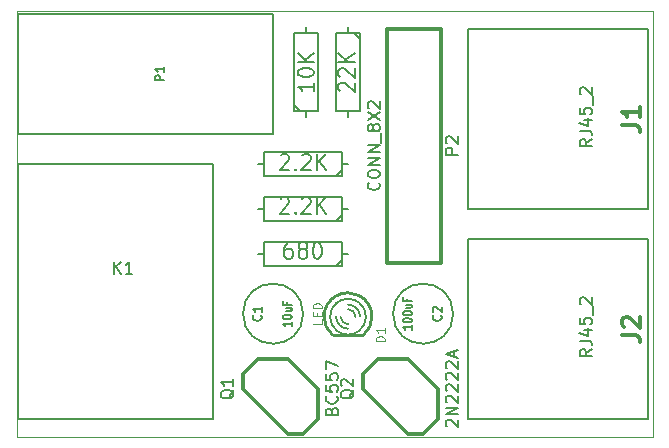
<source format=gto>
G04 (created by PCBNEW (22-Jun-2014 BZR 4027)-stable) date Cts 25 Nis 2020 13:37:24 +03*
%MOIN*%
G04 Gerber Fmt 3.4, Leading zero omitted, Abs format*
%FSLAX34Y34*%
G01*
G70*
G90*
G04 APERTURE LIST*
%ADD10C,0.00590551*%
%ADD11C,0.00393701*%
%ADD12C,0.005*%
%ADD13C,0.012*%
%ADD14C,0.008*%
%ADD15C,0.01*%
%ADD16C,0.006*%
%ADD17C,0.0035*%
G04 APERTURE END LIST*
G54D10*
G54D11*
X6450Y-6400D02*
X6450Y-6450D01*
X27650Y-6400D02*
X27650Y-6450D01*
X6450Y-6400D02*
X27650Y-6400D01*
X6450Y-6500D02*
X6450Y-6450D01*
X6450Y-20600D02*
X6450Y-6500D01*
X27650Y-20600D02*
X6450Y-20600D01*
X27650Y-6450D02*
X27650Y-20600D01*
G54D10*
X21500Y-7000D02*
X27500Y-7000D01*
X27500Y-13000D02*
X27500Y-7000D01*
X21500Y-13000D02*
X27500Y-13000D01*
G54D12*
X21500Y-7000D02*
X21500Y-13000D01*
G54D13*
X18000Y-19000D02*
X19500Y-20500D01*
X19500Y-20500D02*
X20000Y-20500D01*
X20000Y-20500D02*
X20500Y-20000D01*
X20500Y-20000D02*
X20500Y-19000D01*
X20500Y-19000D02*
X19500Y-18000D01*
X19500Y-18000D02*
X18500Y-18000D01*
X18500Y-18000D02*
X18000Y-18500D01*
X18000Y-18500D02*
X18000Y-19000D01*
X14000Y-19000D02*
X15500Y-20500D01*
X15500Y-20500D02*
X16000Y-20500D01*
X16000Y-20500D02*
X16500Y-20000D01*
X16500Y-20000D02*
X16500Y-19000D01*
X16500Y-19000D02*
X15500Y-18000D01*
X15500Y-18000D02*
X14500Y-18000D01*
X14500Y-18000D02*
X14000Y-18500D01*
X14000Y-18500D02*
X14000Y-19000D01*
G54D14*
X17500Y-14500D02*
X17300Y-14500D01*
X14500Y-14500D02*
X14700Y-14500D01*
X14700Y-14500D02*
X14700Y-14900D01*
X14700Y-14900D02*
X17300Y-14900D01*
X17300Y-14900D02*
X17300Y-14100D01*
X17300Y-14100D02*
X14700Y-14100D01*
X14700Y-14100D02*
X14700Y-14500D01*
X17300Y-14700D02*
X17100Y-14900D01*
X17500Y-13000D02*
X17300Y-13000D01*
X14500Y-13000D02*
X14700Y-13000D01*
X14700Y-13000D02*
X14700Y-13400D01*
X14700Y-13400D02*
X17300Y-13400D01*
X17300Y-13400D02*
X17300Y-12600D01*
X17300Y-12600D02*
X14700Y-12600D01*
X14700Y-12600D02*
X14700Y-13000D01*
X17300Y-13200D02*
X17100Y-13400D01*
X16100Y-9950D02*
X16100Y-9750D01*
X16100Y-6950D02*
X16100Y-7150D01*
X16100Y-7150D02*
X15700Y-7150D01*
X15700Y-7150D02*
X15700Y-9750D01*
X15700Y-9750D02*
X16500Y-9750D01*
X16500Y-9750D02*
X16500Y-7150D01*
X16500Y-7150D02*
X16100Y-7150D01*
X15900Y-9750D02*
X15700Y-9550D01*
X17500Y-6950D02*
X17500Y-7150D01*
X17500Y-9950D02*
X17500Y-9750D01*
X17500Y-9750D02*
X17900Y-9750D01*
X17900Y-9750D02*
X17900Y-7150D01*
X17900Y-7150D02*
X17100Y-7150D01*
X17100Y-7150D02*
X17100Y-9750D01*
X17100Y-9750D02*
X17500Y-9750D01*
X17700Y-7150D02*
X17900Y-7350D01*
X17500Y-11500D02*
X17300Y-11500D01*
X14500Y-11500D02*
X14700Y-11500D01*
X14700Y-11500D02*
X14700Y-11900D01*
X14700Y-11900D02*
X17300Y-11900D01*
X17300Y-11900D02*
X17300Y-11100D01*
X17300Y-11100D02*
X14700Y-11100D01*
X14700Y-11100D02*
X14700Y-11500D01*
X17300Y-11700D02*
X17100Y-11900D01*
G54D13*
X18800Y-7000D02*
X20600Y-7000D01*
X20600Y-7000D02*
X20600Y-14800D01*
X20600Y-14800D02*
X18800Y-14800D01*
X18800Y-14800D02*
X18800Y-7000D01*
G54D15*
X17000Y-17220D02*
X18000Y-17220D01*
G54D16*
X17884Y-16139D02*
G75*
G03X17500Y-16000I-384J-460D01*
G74*
G01*
X17500Y-16000D02*
G75*
G03X17102Y-16151I0J-599D01*
G74*
G01*
X17500Y-17199D02*
G75*
G03X17889Y-17055I0J599D01*
G74*
G01*
X17115Y-17060D02*
G75*
G03X17500Y-17200I384J460D01*
G74*
G01*
X17849Y-17087D02*
G75*
G03X18100Y-16600I-349J487D01*
G74*
G01*
X18100Y-16600D02*
G75*
G03X17860Y-16120I-600J0D01*
G74*
G01*
X16900Y-16600D02*
G75*
G03X17131Y-17072I599J0D01*
G74*
G01*
X17131Y-16126D02*
G75*
G03X16900Y-16600I368J-473D01*
G74*
G01*
X17750Y-16600D02*
G75*
G03X17500Y-16350I-250J0D01*
G74*
G01*
X17900Y-16600D02*
G75*
G03X17500Y-16200I-400J0D01*
G74*
G01*
X17250Y-16600D02*
G75*
G03X17500Y-16850I250J0D01*
G74*
G01*
X17100Y-16600D02*
G75*
G03X17500Y-17000I400J0D01*
G74*
G01*
G54D15*
X18013Y-17213D02*
G75*
G03X18300Y-16600I-513J613D01*
G74*
G01*
X18299Y-16600D02*
G75*
G03X17876Y-15895I-799J0D01*
G74*
G01*
X16701Y-16601D02*
G75*
G03X16984Y-17210I798J1D01*
G74*
G01*
X17102Y-15905D02*
G75*
G03X16700Y-16600I397J-694D01*
G74*
G01*
X17879Y-15895D02*
G75*
G03X17500Y-15800I-379J-704D01*
G74*
G01*
X17500Y-15800D02*
G75*
G03X17081Y-15918I0J-799D01*
G74*
G01*
G54D12*
X16001Y-16500D02*
G75*
G03X16001Y-16500I-1001J0D01*
G74*
G01*
X21001Y-16500D02*
G75*
G03X21001Y-16500I-1001J0D01*
G74*
G01*
G54D10*
X21500Y-14000D02*
X27500Y-14000D01*
X27500Y-20000D02*
X27500Y-14000D01*
X21500Y-20000D02*
X27500Y-20000D01*
G54D12*
X21500Y-14000D02*
X21500Y-20000D01*
G54D10*
X15000Y-6500D02*
X15000Y-10500D01*
X15000Y-10500D02*
X6500Y-10500D01*
X6500Y-10500D02*
X6500Y-6500D01*
X6500Y-6500D02*
X15000Y-6500D01*
X13000Y-20000D02*
X12000Y-20000D01*
X13000Y-20000D02*
X13000Y-11500D01*
X13000Y-11500D02*
X6500Y-11500D01*
X6500Y-11500D02*
X6500Y-20000D01*
X6500Y-20000D02*
X12000Y-20000D01*
G54D13*
X26642Y-10200D02*
X27071Y-10200D01*
X27157Y-10228D01*
X27214Y-10285D01*
X27242Y-10371D01*
X27242Y-10428D01*
X27242Y-9600D02*
X27242Y-9942D01*
X27242Y-9771D02*
X26642Y-9771D01*
X26728Y-9828D01*
X26785Y-9885D01*
X26814Y-9942D01*
G54D14*
X25619Y-10685D02*
X25431Y-10816D01*
X25619Y-10910D02*
X25225Y-10910D01*
X25225Y-10760D01*
X25244Y-10722D01*
X25263Y-10703D01*
X25300Y-10685D01*
X25356Y-10685D01*
X25394Y-10703D01*
X25413Y-10722D01*
X25431Y-10760D01*
X25431Y-10910D01*
X25225Y-10403D02*
X25506Y-10403D01*
X25563Y-10422D01*
X25600Y-10459D01*
X25619Y-10516D01*
X25619Y-10553D01*
X25356Y-10047D02*
X25619Y-10047D01*
X25206Y-10141D02*
X25488Y-10234D01*
X25488Y-9990D01*
X25225Y-9653D02*
X25225Y-9840D01*
X25413Y-9859D01*
X25394Y-9840D01*
X25375Y-9803D01*
X25375Y-9709D01*
X25394Y-9671D01*
X25413Y-9653D01*
X25450Y-9634D01*
X25544Y-9634D01*
X25581Y-9653D01*
X25600Y-9671D01*
X25619Y-9709D01*
X25619Y-9803D01*
X25600Y-9840D01*
X25581Y-9859D01*
X25657Y-9559D02*
X25657Y-9259D01*
X25263Y-9184D02*
X25244Y-9165D01*
X25225Y-9127D01*
X25225Y-9034D01*
X25244Y-8996D01*
X25263Y-8977D01*
X25300Y-8958D01*
X25338Y-8958D01*
X25394Y-8977D01*
X25619Y-9202D01*
X25619Y-8958D01*
X17700Y-19038D02*
X17680Y-19076D01*
X17642Y-19114D01*
X17585Y-19171D01*
X17566Y-19209D01*
X17566Y-19247D01*
X17661Y-19228D02*
X17642Y-19266D01*
X17604Y-19304D01*
X17528Y-19323D01*
X17395Y-19323D01*
X17319Y-19304D01*
X17280Y-19266D01*
X17261Y-19228D01*
X17261Y-19152D01*
X17280Y-19114D01*
X17319Y-19076D01*
X17395Y-19057D01*
X17528Y-19057D01*
X17604Y-19076D01*
X17642Y-19114D01*
X17661Y-19152D01*
X17661Y-19228D01*
X17300Y-18904D02*
X17280Y-18885D01*
X17261Y-18847D01*
X17261Y-18752D01*
X17280Y-18714D01*
X17300Y-18695D01*
X17338Y-18676D01*
X17376Y-18676D01*
X17433Y-18695D01*
X17661Y-18923D01*
X17661Y-18676D01*
X20800Y-20257D02*
X20780Y-20238D01*
X20761Y-20199D01*
X20761Y-20104D01*
X20780Y-20066D01*
X20800Y-20047D01*
X20838Y-20028D01*
X20876Y-20028D01*
X20933Y-20047D01*
X21161Y-20276D01*
X21161Y-20028D01*
X21161Y-19857D02*
X20761Y-19857D01*
X21161Y-19628D01*
X20761Y-19628D01*
X20800Y-19457D02*
X20780Y-19438D01*
X20761Y-19399D01*
X20761Y-19304D01*
X20780Y-19266D01*
X20800Y-19247D01*
X20838Y-19228D01*
X20876Y-19228D01*
X20933Y-19247D01*
X21161Y-19476D01*
X21161Y-19228D01*
X20800Y-19076D02*
X20780Y-19057D01*
X20761Y-19019D01*
X20761Y-18923D01*
X20780Y-18885D01*
X20800Y-18866D01*
X20838Y-18847D01*
X20876Y-18847D01*
X20933Y-18866D01*
X21161Y-19095D01*
X21161Y-18847D01*
X20800Y-18695D02*
X20780Y-18676D01*
X20761Y-18638D01*
X20761Y-18542D01*
X20780Y-18504D01*
X20800Y-18485D01*
X20838Y-18466D01*
X20876Y-18466D01*
X20933Y-18485D01*
X21161Y-18714D01*
X21161Y-18466D01*
X20800Y-18314D02*
X20780Y-18295D01*
X20761Y-18257D01*
X20761Y-18161D01*
X20780Y-18123D01*
X20800Y-18104D01*
X20838Y-18085D01*
X20876Y-18085D01*
X20933Y-18104D01*
X21161Y-18333D01*
X21161Y-18085D01*
X21047Y-17933D02*
X21047Y-17742D01*
X21161Y-17971D02*
X20761Y-17838D01*
X21161Y-17704D01*
X13700Y-19038D02*
X13680Y-19076D01*
X13642Y-19114D01*
X13585Y-19171D01*
X13566Y-19209D01*
X13566Y-19247D01*
X13661Y-19228D02*
X13642Y-19266D01*
X13604Y-19304D01*
X13528Y-19323D01*
X13395Y-19323D01*
X13319Y-19304D01*
X13280Y-19266D01*
X13261Y-19228D01*
X13261Y-19152D01*
X13280Y-19114D01*
X13319Y-19076D01*
X13395Y-19057D01*
X13528Y-19057D01*
X13604Y-19076D01*
X13642Y-19114D01*
X13661Y-19152D01*
X13661Y-19228D01*
X13661Y-18676D02*
X13661Y-18904D01*
X13661Y-18790D02*
X13261Y-18790D01*
X13319Y-18828D01*
X13357Y-18866D01*
X13376Y-18904D01*
X16952Y-19742D02*
X16971Y-19685D01*
X16990Y-19666D01*
X17028Y-19647D01*
X17085Y-19647D01*
X17123Y-19666D01*
X17142Y-19685D01*
X17161Y-19723D01*
X17161Y-19876D01*
X16761Y-19876D01*
X16761Y-19742D01*
X16780Y-19704D01*
X16800Y-19685D01*
X16838Y-19666D01*
X16876Y-19666D01*
X16914Y-19685D01*
X16933Y-19704D01*
X16952Y-19742D01*
X16952Y-19876D01*
X17123Y-19247D02*
X17142Y-19266D01*
X17161Y-19323D01*
X17161Y-19361D01*
X17142Y-19419D01*
X17104Y-19457D01*
X17066Y-19476D01*
X16990Y-19495D01*
X16933Y-19495D01*
X16857Y-19476D01*
X16819Y-19457D01*
X16780Y-19419D01*
X16761Y-19361D01*
X16761Y-19323D01*
X16780Y-19266D01*
X16800Y-19247D01*
X16761Y-18885D02*
X16761Y-19076D01*
X16952Y-19095D01*
X16933Y-19076D01*
X16914Y-19038D01*
X16914Y-18942D01*
X16933Y-18904D01*
X16952Y-18885D01*
X16990Y-18866D01*
X17085Y-18866D01*
X17123Y-18885D01*
X17142Y-18904D01*
X17161Y-18942D01*
X17161Y-19038D01*
X17142Y-19076D01*
X17123Y-19095D01*
X16761Y-18504D02*
X16761Y-18695D01*
X16952Y-18714D01*
X16933Y-18695D01*
X16914Y-18657D01*
X16914Y-18561D01*
X16933Y-18523D01*
X16952Y-18504D01*
X16990Y-18485D01*
X17085Y-18485D01*
X17123Y-18504D01*
X17142Y-18523D01*
X17161Y-18561D01*
X17161Y-18657D01*
X17142Y-18695D01*
X17123Y-18714D01*
X16761Y-18352D02*
X16761Y-18085D01*
X17161Y-18257D01*
X15619Y-14122D02*
X15523Y-14122D01*
X15476Y-14148D01*
X15452Y-14175D01*
X15404Y-14253D01*
X15380Y-14358D01*
X15380Y-14567D01*
X15404Y-14620D01*
X15428Y-14646D01*
X15476Y-14672D01*
X15571Y-14672D01*
X15619Y-14646D01*
X15642Y-14620D01*
X15666Y-14567D01*
X15666Y-14436D01*
X15642Y-14384D01*
X15619Y-14358D01*
X15571Y-14332D01*
X15476Y-14332D01*
X15428Y-14358D01*
X15404Y-14384D01*
X15380Y-14436D01*
X15952Y-14358D02*
X15904Y-14332D01*
X15880Y-14305D01*
X15857Y-14253D01*
X15857Y-14227D01*
X15880Y-14175D01*
X15904Y-14148D01*
X15952Y-14122D01*
X16047Y-14122D01*
X16095Y-14148D01*
X16119Y-14175D01*
X16142Y-14227D01*
X16142Y-14253D01*
X16119Y-14305D01*
X16095Y-14332D01*
X16047Y-14358D01*
X15952Y-14358D01*
X15904Y-14384D01*
X15880Y-14410D01*
X15857Y-14463D01*
X15857Y-14567D01*
X15880Y-14620D01*
X15904Y-14646D01*
X15952Y-14672D01*
X16047Y-14672D01*
X16095Y-14646D01*
X16119Y-14620D01*
X16142Y-14567D01*
X16142Y-14463D01*
X16119Y-14410D01*
X16095Y-14384D01*
X16047Y-14358D01*
X16452Y-14122D02*
X16500Y-14122D01*
X16547Y-14148D01*
X16571Y-14175D01*
X16595Y-14227D01*
X16619Y-14332D01*
X16619Y-14463D01*
X16595Y-14567D01*
X16571Y-14620D01*
X16547Y-14646D01*
X16500Y-14672D01*
X16452Y-14672D01*
X16404Y-14646D01*
X16380Y-14620D01*
X16357Y-14567D01*
X16333Y-14463D01*
X16333Y-14332D01*
X16357Y-14227D01*
X16380Y-14175D01*
X16404Y-14148D01*
X16452Y-14122D01*
X15250Y-12675D02*
X15273Y-12648D01*
X15321Y-12622D01*
X15440Y-12622D01*
X15488Y-12648D01*
X15511Y-12675D01*
X15535Y-12727D01*
X15535Y-12779D01*
X15511Y-12858D01*
X15226Y-13172D01*
X15535Y-13172D01*
X15750Y-13120D02*
X15773Y-13146D01*
X15750Y-13172D01*
X15726Y-13146D01*
X15750Y-13120D01*
X15750Y-13172D01*
X15964Y-12675D02*
X15988Y-12648D01*
X16035Y-12622D01*
X16154Y-12622D01*
X16202Y-12648D01*
X16226Y-12675D01*
X16250Y-12727D01*
X16250Y-12779D01*
X16226Y-12858D01*
X15940Y-13172D01*
X16250Y-13172D01*
X16464Y-13172D02*
X16464Y-12622D01*
X16750Y-13172D02*
X16535Y-12858D01*
X16750Y-12622D02*
X16464Y-12936D01*
X16372Y-8795D02*
X16372Y-9080D01*
X16372Y-8938D02*
X15822Y-8938D01*
X15901Y-8985D01*
X15953Y-9033D01*
X15979Y-9080D01*
X15822Y-8485D02*
X15822Y-8438D01*
X15848Y-8390D01*
X15875Y-8366D01*
X15927Y-8342D01*
X16032Y-8319D01*
X16163Y-8319D01*
X16267Y-8342D01*
X16320Y-8366D01*
X16346Y-8390D01*
X16372Y-8438D01*
X16372Y-8485D01*
X16346Y-8533D01*
X16320Y-8557D01*
X16267Y-8580D01*
X16163Y-8604D01*
X16032Y-8604D01*
X15927Y-8580D01*
X15875Y-8557D01*
X15848Y-8533D01*
X15822Y-8485D01*
X16372Y-8104D02*
X15822Y-8104D01*
X16372Y-7819D02*
X16058Y-8033D01*
X15822Y-7819D02*
X16136Y-8104D01*
X17225Y-9080D02*
X17198Y-9057D01*
X17172Y-9009D01*
X17172Y-8890D01*
X17198Y-8842D01*
X17225Y-8819D01*
X17277Y-8795D01*
X17329Y-8795D01*
X17408Y-8819D01*
X17722Y-9104D01*
X17722Y-8795D01*
X17225Y-8604D02*
X17198Y-8580D01*
X17172Y-8533D01*
X17172Y-8414D01*
X17198Y-8366D01*
X17225Y-8342D01*
X17277Y-8319D01*
X17329Y-8319D01*
X17408Y-8342D01*
X17722Y-8628D01*
X17722Y-8319D01*
X17722Y-8104D02*
X17172Y-8104D01*
X17722Y-7819D02*
X17408Y-8033D01*
X17172Y-7819D02*
X17486Y-8104D01*
X15250Y-11225D02*
X15273Y-11198D01*
X15321Y-11172D01*
X15440Y-11172D01*
X15488Y-11198D01*
X15511Y-11225D01*
X15535Y-11277D01*
X15535Y-11329D01*
X15511Y-11408D01*
X15226Y-11722D01*
X15535Y-11722D01*
X15750Y-11670D02*
X15773Y-11696D01*
X15750Y-11722D01*
X15726Y-11696D01*
X15750Y-11670D01*
X15750Y-11722D01*
X15964Y-11225D02*
X15988Y-11198D01*
X16035Y-11172D01*
X16154Y-11172D01*
X16202Y-11198D01*
X16226Y-11225D01*
X16250Y-11277D01*
X16250Y-11329D01*
X16226Y-11408D01*
X15940Y-11722D01*
X16250Y-11722D01*
X16464Y-11722D02*
X16464Y-11172D01*
X16750Y-11722D02*
X16535Y-11408D01*
X16750Y-11172D02*
X16464Y-11486D01*
X21161Y-11195D02*
X20761Y-11195D01*
X20761Y-11042D01*
X20780Y-11004D01*
X20800Y-10985D01*
X20838Y-10966D01*
X20895Y-10966D01*
X20933Y-10985D01*
X20952Y-11004D01*
X20971Y-11042D01*
X20971Y-11195D01*
X20800Y-10814D02*
X20780Y-10795D01*
X20761Y-10757D01*
X20761Y-10661D01*
X20780Y-10623D01*
X20800Y-10604D01*
X20838Y-10585D01*
X20876Y-10585D01*
X20933Y-10604D01*
X21161Y-10833D01*
X21161Y-10585D01*
X18523Y-12128D02*
X18542Y-12147D01*
X18561Y-12204D01*
X18561Y-12242D01*
X18542Y-12299D01*
X18504Y-12338D01*
X18466Y-12357D01*
X18390Y-12376D01*
X18333Y-12376D01*
X18257Y-12357D01*
X18219Y-12338D01*
X18180Y-12299D01*
X18161Y-12242D01*
X18161Y-12204D01*
X18180Y-12147D01*
X18200Y-12128D01*
X18161Y-11880D02*
X18161Y-11804D01*
X18180Y-11766D01*
X18219Y-11728D01*
X18295Y-11709D01*
X18428Y-11709D01*
X18504Y-11728D01*
X18542Y-11766D01*
X18561Y-11804D01*
X18561Y-11880D01*
X18542Y-11919D01*
X18504Y-11957D01*
X18428Y-11976D01*
X18295Y-11976D01*
X18219Y-11957D01*
X18180Y-11919D01*
X18161Y-11880D01*
X18561Y-11538D02*
X18161Y-11538D01*
X18561Y-11309D01*
X18161Y-11309D01*
X18561Y-11119D02*
X18161Y-11119D01*
X18561Y-10890D01*
X18161Y-10890D01*
X18600Y-10795D02*
X18600Y-10490D01*
X18333Y-10338D02*
X18314Y-10376D01*
X18295Y-10395D01*
X18257Y-10414D01*
X18238Y-10414D01*
X18200Y-10395D01*
X18180Y-10376D01*
X18161Y-10338D01*
X18161Y-10261D01*
X18180Y-10223D01*
X18200Y-10204D01*
X18238Y-10185D01*
X18257Y-10185D01*
X18295Y-10204D01*
X18314Y-10223D01*
X18333Y-10261D01*
X18333Y-10338D01*
X18352Y-10376D01*
X18371Y-10395D01*
X18409Y-10414D01*
X18485Y-10414D01*
X18523Y-10395D01*
X18542Y-10376D01*
X18561Y-10338D01*
X18561Y-10261D01*
X18542Y-10223D01*
X18523Y-10204D01*
X18485Y-10185D01*
X18409Y-10185D01*
X18371Y-10204D01*
X18352Y-10223D01*
X18333Y-10261D01*
X18161Y-10052D02*
X18561Y-9785D01*
X18161Y-9785D02*
X18561Y-10052D01*
X18200Y-9652D02*
X18180Y-9633D01*
X18161Y-9595D01*
X18161Y-9500D01*
X18180Y-9461D01*
X18200Y-9442D01*
X18238Y-9423D01*
X18276Y-9423D01*
X18333Y-9442D01*
X18561Y-9671D01*
X18561Y-9423D01*
G54D17*
X18721Y-17421D02*
X18421Y-17421D01*
X18421Y-17350D01*
X18435Y-17307D01*
X18464Y-17278D01*
X18492Y-17264D01*
X18550Y-17250D01*
X18592Y-17250D01*
X18650Y-17264D01*
X18678Y-17278D01*
X18707Y-17307D01*
X18721Y-17350D01*
X18721Y-17421D01*
X18721Y-16964D02*
X18721Y-17135D01*
X18721Y-17050D02*
X18421Y-17050D01*
X18464Y-17078D01*
X18492Y-17107D01*
X18507Y-17135D01*
X16621Y-16692D02*
X16621Y-16835D01*
X16321Y-16835D01*
X16464Y-16592D02*
X16464Y-16492D01*
X16621Y-16450D02*
X16621Y-16592D01*
X16321Y-16592D01*
X16321Y-16450D01*
X16621Y-16321D02*
X16321Y-16321D01*
X16321Y-16250D01*
X16335Y-16207D01*
X16364Y-16178D01*
X16392Y-16164D01*
X16450Y-16150D01*
X16492Y-16150D01*
X16550Y-16164D01*
X16578Y-16178D01*
X16607Y-16207D01*
X16621Y-16250D01*
X16621Y-16321D01*
G54D12*
X14593Y-16550D02*
X14608Y-16564D01*
X14622Y-16607D01*
X14622Y-16635D01*
X14608Y-16678D01*
X14579Y-16707D01*
X14551Y-16721D01*
X14493Y-16735D01*
X14451Y-16735D01*
X14393Y-16721D01*
X14365Y-16707D01*
X14336Y-16678D01*
X14322Y-16635D01*
X14322Y-16607D01*
X14336Y-16564D01*
X14351Y-16550D01*
X14622Y-16264D02*
X14622Y-16435D01*
X14622Y-16350D02*
X14322Y-16350D01*
X14365Y-16378D01*
X14393Y-16407D01*
X14408Y-16435D01*
X15621Y-16767D02*
X15621Y-16910D01*
X15621Y-16839D02*
X15321Y-16839D01*
X15364Y-16863D01*
X15392Y-16886D01*
X15407Y-16910D01*
X15321Y-16613D02*
X15321Y-16589D01*
X15335Y-16565D01*
X15350Y-16553D01*
X15378Y-16541D01*
X15435Y-16529D01*
X15507Y-16529D01*
X15564Y-16541D01*
X15592Y-16553D01*
X15607Y-16565D01*
X15621Y-16589D01*
X15621Y-16613D01*
X15607Y-16636D01*
X15592Y-16648D01*
X15564Y-16660D01*
X15507Y-16672D01*
X15435Y-16672D01*
X15378Y-16660D01*
X15350Y-16648D01*
X15335Y-16636D01*
X15321Y-16613D01*
X15421Y-16315D02*
X15621Y-16315D01*
X15421Y-16422D02*
X15578Y-16422D01*
X15607Y-16410D01*
X15621Y-16386D01*
X15621Y-16351D01*
X15607Y-16327D01*
X15592Y-16315D01*
X15464Y-16113D02*
X15464Y-16196D01*
X15621Y-16196D02*
X15321Y-16196D01*
X15321Y-16077D01*
X20591Y-16550D02*
X20606Y-16564D01*
X20620Y-16607D01*
X20620Y-16635D01*
X20606Y-16678D01*
X20577Y-16707D01*
X20549Y-16721D01*
X20491Y-16735D01*
X20449Y-16735D01*
X20391Y-16721D01*
X20363Y-16707D01*
X20334Y-16678D01*
X20320Y-16635D01*
X20320Y-16607D01*
X20334Y-16564D01*
X20349Y-16550D01*
X20349Y-16435D02*
X20334Y-16421D01*
X20320Y-16392D01*
X20320Y-16321D01*
X20334Y-16292D01*
X20349Y-16278D01*
X20377Y-16264D01*
X20406Y-16264D01*
X20449Y-16278D01*
X20620Y-16450D01*
X20620Y-16264D01*
X19621Y-16886D02*
X19621Y-17029D01*
X19621Y-16958D02*
X19321Y-16958D01*
X19364Y-16982D01*
X19392Y-17005D01*
X19407Y-17029D01*
X19321Y-16732D02*
X19321Y-16708D01*
X19335Y-16684D01*
X19350Y-16672D01*
X19378Y-16660D01*
X19435Y-16648D01*
X19507Y-16648D01*
X19564Y-16660D01*
X19592Y-16672D01*
X19607Y-16684D01*
X19621Y-16708D01*
X19621Y-16732D01*
X19607Y-16755D01*
X19592Y-16767D01*
X19564Y-16779D01*
X19507Y-16791D01*
X19435Y-16791D01*
X19378Y-16779D01*
X19350Y-16767D01*
X19335Y-16755D01*
X19321Y-16732D01*
X19321Y-16494D02*
X19321Y-16470D01*
X19335Y-16446D01*
X19350Y-16434D01*
X19378Y-16422D01*
X19435Y-16410D01*
X19507Y-16410D01*
X19564Y-16422D01*
X19592Y-16434D01*
X19607Y-16446D01*
X19621Y-16470D01*
X19621Y-16494D01*
X19607Y-16517D01*
X19592Y-16529D01*
X19564Y-16541D01*
X19507Y-16553D01*
X19435Y-16553D01*
X19378Y-16541D01*
X19350Y-16529D01*
X19335Y-16517D01*
X19321Y-16494D01*
X19421Y-16196D02*
X19621Y-16196D01*
X19421Y-16303D02*
X19578Y-16303D01*
X19607Y-16291D01*
X19621Y-16267D01*
X19621Y-16232D01*
X19607Y-16208D01*
X19592Y-16196D01*
X19464Y-15994D02*
X19464Y-16077D01*
X19621Y-16077D02*
X19321Y-16077D01*
X19321Y-15958D01*
G54D13*
X26642Y-17200D02*
X27071Y-17200D01*
X27157Y-17228D01*
X27214Y-17285D01*
X27242Y-17371D01*
X27242Y-17428D01*
X26700Y-16942D02*
X26671Y-16914D01*
X26642Y-16857D01*
X26642Y-16714D01*
X26671Y-16657D01*
X26700Y-16628D01*
X26757Y-16600D01*
X26814Y-16600D01*
X26900Y-16628D01*
X27242Y-16971D01*
X27242Y-16600D01*
G54D14*
X25619Y-17685D02*
X25431Y-17816D01*
X25619Y-17910D02*
X25225Y-17910D01*
X25225Y-17760D01*
X25244Y-17722D01*
X25263Y-17703D01*
X25300Y-17685D01*
X25356Y-17685D01*
X25394Y-17703D01*
X25413Y-17722D01*
X25431Y-17760D01*
X25431Y-17910D01*
X25225Y-17403D02*
X25506Y-17403D01*
X25563Y-17422D01*
X25600Y-17459D01*
X25619Y-17516D01*
X25619Y-17553D01*
X25356Y-17047D02*
X25619Y-17047D01*
X25206Y-17141D02*
X25488Y-17234D01*
X25488Y-16990D01*
X25225Y-16653D02*
X25225Y-16840D01*
X25413Y-16859D01*
X25394Y-16840D01*
X25375Y-16803D01*
X25375Y-16709D01*
X25394Y-16671D01*
X25413Y-16653D01*
X25450Y-16634D01*
X25544Y-16634D01*
X25581Y-16653D01*
X25600Y-16671D01*
X25619Y-16709D01*
X25619Y-16803D01*
X25600Y-16840D01*
X25581Y-16859D01*
X25657Y-16559D02*
X25657Y-16259D01*
X25263Y-16184D02*
X25244Y-16165D01*
X25225Y-16127D01*
X25225Y-16034D01*
X25244Y-15996D01*
X25263Y-15977D01*
X25300Y-15958D01*
X25338Y-15958D01*
X25394Y-15977D01*
X25619Y-16202D01*
X25619Y-15958D01*
G54D16*
X11371Y-8721D02*
X11071Y-8721D01*
X11071Y-8607D01*
X11085Y-8578D01*
X11100Y-8564D01*
X11128Y-8550D01*
X11171Y-8550D01*
X11200Y-8564D01*
X11214Y-8578D01*
X11228Y-8607D01*
X11228Y-8721D01*
X11371Y-8264D02*
X11371Y-8435D01*
X11371Y-8350D02*
X11071Y-8350D01*
X11114Y-8378D01*
X11142Y-8407D01*
X11157Y-8435D01*
G54D14*
X9704Y-15161D02*
X9704Y-14761D01*
X9933Y-15161D02*
X9761Y-14933D01*
X9933Y-14761D02*
X9704Y-14990D01*
X10314Y-15161D02*
X10085Y-15161D01*
X10200Y-15161D02*
X10200Y-14761D01*
X10161Y-14819D01*
X10123Y-14857D01*
X10085Y-14876D01*
M02*

</source>
